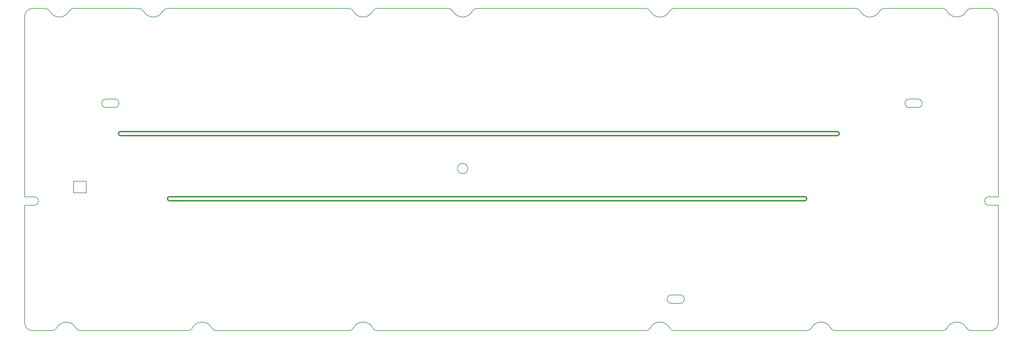
<source format=gbr>
G04 #@! TF.GenerationSoftware,KiCad,Pcbnew,(5.1.11)-1*
G04 #@! TF.CreationDate,2022-07-27T22:19:53+07:00*
G04 #@! TF.ProjectId,krush60hs - Copy,6b727573-6836-4306-9873-202d20436f70,rev?*
G04 #@! TF.SameCoordinates,Original*
G04 #@! TF.FileFunction,Profile,NP*
%FSLAX46Y46*%
G04 Gerber Fmt 4.6, Leading zero omitted, Abs format (unit mm)*
G04 Created by KiCad (PCBNEW (5.1.11)-1) date 2022-07-27 22:19:53*
%MOMM*%
%LPD*%
G01*
G04 APERTURE LIST*
G04 #@! TA.AperFunction,Profile*
%ADD10C,0.200000*%
G04 #@! TD*
G04 #@! TA.AperFunction,Profile*
%ADD11C,0.400000*%
G04 #@! TD*
G04 #@! TA.AperFunction,Profile*
%ADD12C,0.150000*%
G04 #@! TD*
G04 APERTURE END LIST*
D10*
X229080641Y-133142496D02*
X190238851Y-133142497D01*
X16638851Y-133142497D02*
X48105641Y-133142496D01*
X16638851Y-133142497D02*
G75*
G02*
X15308817Y-132336044I1J1500001D01*
G01*
X49435675Y-132336044D02*
G75*
G02*
X48105641Y-133142496I-1330034J693548D01*
G01*
X103438851Y-133142497D02*
G75*
G02*
X102108817Y-132336044I1J1500001D01*
G01*
X56351851Y-133142497D02*
G75*
G02*
X55021817Y-132336044I1J1500001D01*
G01*
X96522675Y-132336044D02*
G75*
G02*
X95192641Y-133142496I-1330034J693548D01*
G01*
X9722675Y-132336044D02*
G75*
G02*
X8392641Y-133142496I-1330034J693548D01*
G01*
X103438851Y-133142497D02*
X181992641Y-133142496D01*
X237326851Y-133142495D02*
X268793641Y-133142496D01*
X190238851Y-133142497D02*
G75*
G02*
X188908817Y-132336044I1J1500001D01*
G01*
X237326851Y-133142497D02*
G75*
G02*
X235996817Y-132336044I1J1500001D01*
G01*
X230410675Y-132336044D02*
G75*
G02*
X229080641Y-133142496I-1330034J693548D01*
G01*
X56351851Y-133142497D02*
X95192641Y-133142496D01*
X2616246Y-133142496D02*
X8392641Y-133142496D01*
X183322675Y-132336044D02*
G75*
G02*
X181992641Y-133142496I-1330034J693548D01*
G01*
X270123675Y-132336044D02*
G75*
G02*
X268793641Y-133142496I-1330034J693548D01*
G01*
X277039851Y-133142495D02*
X282816246Y-133142496D01*
X277039851Y-133142497D02*
G75*
G02*
X275709817Y-132336044I1J1500001D01*
G01*
X243368140Y-38942495D02*
X190239928Y-38942496D01*
X259016362Y-65392532D02*
X261516362Y-65392532D01*
X131221817Y-39748947D02*
G75*
G02*
X132551928Y-38942496I1330034J-693549D01*
G01*
X124305640Y-38942495D02*
X103438928Y-38942496D01*
X181993716Y-38942495D02*
X132551928Y-38942496D01*
X275709494Y-39748948D02*
G75*
G02*
X277039528Y-38942496I1330034J-693548D01*
G01*
X243368140Y-38942495D02*
G75*
G02*
X244698175Y-39748946I1J-1500001D01*
G01*
X259016362Y-67892532D02*
G75*
G02*
X259016362Y-65392532I0J1250000D01*
G01*
X250284318Y-39748948D02*
G75*
G02*
X251614352Y-38942496I1330034J-693548D01*
G01*
X282316362Y-93992532D02*
X285066362Y-93992532D01*
X270123676Y-132336043D02*
G75*
G02*
X275709817Y-132336044I2793070J-1456452D01*
G01*
X131221816Y-39748948D02*
G75*
G02*
X125635675Y-39748946I-2793070J1456452D01*
G01*
X250284316Y-39748948D02*
G75*
G02*
X244698175Y-39748946I-2793070J1456452D01*
G01*
X285066246Y-130892496D02*
G75*
G02*
X282816246Y-133142496I-2250000J0D01*
G01*
X285066246Y-96492532D02*
X282316362Y-96492532D01*
X268793316Y-38942495D02*
G75*
G02*
X270123351Y-39748946I1J-1500001D01*
G01*
X282316362Y-96492532D02*
G75*
G02*
X282316362Y-93992532I0J1250000D01*
G01*
X282816246Y-38942496D02*
G75*
G02*
X285066246Y-41192496I0J-2250000D01*
G01*
X102108894Y-39748948D02*
G75*
G02*
X103438928Y-38942496I1330034J-693548D01*
G01*
X261516362Y-67892532D02*
X259016362Y-67892532D01*
X95192716Y-38942495D02*
G75*
G02*
X96522751Y-39748946I1J-1500001D01*
G01*
X275709492Y-39748948D02*
G75*
G02*
X270123351Y-39748946I-2793070J1456452D01*
G01*
X261516362Y-65392532D02*
G75*
G02*
X261516362Y-67892532I0J-1250000D01*
G01*
X285066246Y-130892496D02*
X285066246Y-96492532D01*
X102108892Y-39748948D02*
G75*
G02*
X96522751Y-39748946I-2793070J1456452D01*
G01*
X124305640Y-38942495D02*
G75*
G02*
X125635675Y-39748946I1J-1500001D01*
G01*
X285066362Y-93992532D02*
X285066246Y-41192496D01*
X282816246Y-38942496D02*
X277039528Y-38942496D01*
X268793316Y-38942495D02*
X251614352Y-38942496D01*
X24166362Y-67892532D02*
G75*
G02*
X24166362Y-65392532I0J1250000D01*
G01*
X191966362Y-122692532D02*
G75*
G02*
X191966362Y-125192532I0J-1250000D01*
G01*
X40734316Y-39748948D02*
G75*
G02*
X35148175Y-39748946I-2793070J1456452D01*
G01*
X366245Y-41192496D02*
X366246Y-93992532D01*
X26666362Y-67892532D02*
X24166362Y-67892532D01*
X95192716Y-38942495D02*
X42064352Y-38942496D01*
X2616246Y-133142497D02*
G75*
G02*
X366245Y-130892496I0J2250001D01*
G01*
X49435676Y-132336043D02*
G75*
G02*
X55021817Y-132336044I2793070J-1456452D01*
G01*
X6393140Y-38942495D02*
G75*
G02*
X7723175Y-39748946I1J-1500001D01*
G01*
X6393140Y-38942495D02*
X2616246Y-38942496D01*
X183322676Y-132336043D02*
G75*
G02*
X188908817Y-132336044I2793070J-1456452D01*
G01*
X14639352Y-38942496D02*
X33818140Y-38942495D01*
X26666362Y-65392532D02*
G75*
G02*
X26666362Y-67892532I0J-1250000D01*
G01*
X129916362Y-85742532D02*
G75*
G03*
X129916362Y-85742532I-1500000J0D01*
G01*
X189466362Y-125192532D02*
X191966362Y-125192532D01*
X33818140Y-38942495D02*
G75*
G02*
X35148175Y-39748946I1J-1500001D01*
G01*
X13309316Y-39748948D02*
G75*
G02*
X7723175Y-39748946I-2793070J1456452D01*
G01*
X3116362Y-96492532D02*
X366362Y-96492532D01*
X96522676Y-132336043D02*
G75*
G02*
X102108817Y-132336044I2793070J-1456452D01*
G01*
X13309318Y-39748948D02*
G75*
G02*
X14639352Y-38942496I1330034J-693548D01*
G01*
X366362Y-96492532D02*
X366246Y-130892496D01*
X24166362Y-65392532D02*
X26666362Y-65392532D01*
X191966362Y-122692532D02*
X189466362Y-122692532D01*
X189466362Y-125192532D02*
G75*
G02*
X189466362Y-122692532I0J1250000D01*
G01*
X366246Y-41192496D02*
G75*
G02*
X2616246Y-38942496I2250000J0D01*
G01*
X3116362Y-93992532D02*
G75*
G02*
X3116362Y-96492532I0J-1250000D01*
G01*
X366246Y-93992532D02*
X3116362Y-93992532D01*
X9722676Y-132336043D02*
G75*
G02*
X15308817Y-132336044I2793070J-1456452D01*
G01*
X40734318Y-39748948D02*
G75*
G02*
X42064352Y-38942496I1330034J-693548D01*
G01*
X188909894Y-39748948D02*
G75*
G02*
X190239928Y-38942496I1330034J-693548D01*
G01*
X181993716Y-38942495D02*
G75*
G02*
X183323751Y-39748946I1J-1500001D01*
G01*
X230410676Y-132336043D02*
G75*
G02*
X235996817Y-132336044I2793070J-1456452D01*
G01*
X188909892Y-39748948D02*
G75*
G02*
X183323751Y-39748946I-2793070J1456452D01*
G01*
D11*
X228441874Y-93967596D02*
X42704210Y-93967608D01*
X42704210Y-95167608D02*
G75*
G02*
X42704210Y-93967608I0J600000D01*
G01*
X228441874Y-93967596D02*
G75*
G02*
X228441874Y-95167596I0J-600000D01*
G01*
X228441874Y-95167596D02*
X42704210Y-95167608D01*
X237966494Y-74917512D02*
G75*
G02*
X237966494Y-76117512I0J-600000D01*
G01*
X237966494Y-74917512D02*
X28416330Y-74917524D01*
X237966494Y-76117512D02*
X28416330Y-76117524D01*
X28416330Y-76117524D02*
G75*
G02*
X28416330Y-74917524I0J600000D01*
G01*
D12*
X14610030Y-89422608D02*
X18410030Y-89422608D01*
X14610030Y-89422608D02*
X14610030Y-92822608D01*
X14610030Y-92822608D02*
X18410030Y-92822608D01*
X18410030Y-89422608D02*
X18410030Y-92822608D01*
M02*

</source>
